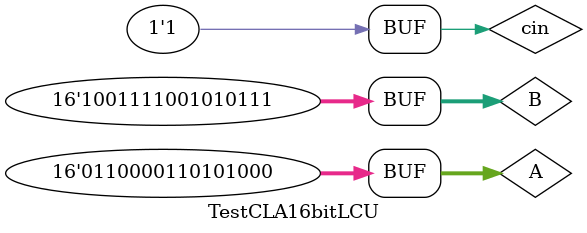
<source format=v>
`timescale 1ns / 1ps


module TestCLA16bitLCU;

	// Inputs
	reg [15:0] A;
	reg [15:0] B;
	reg cin;

	// Outputs
	wire [15:0] sum;
	wire cout;
	wire Pout;
	wire Gout;

	// Instantiate the Unit Under Test (UUT)
	CLA16bitLCU uut (
		.A(A), 
		.B(B), 
		.cin(cin), 
		.sum(sum), 
		.cout(cout), 
		.Pout(Pout), 
		.Gout(Gout)
	);

	initial begin
		// Initialize Inputs
		$monitor ("A = %d, B = %d, cin = %d, sum = %d, cout = %d", A, B, cin, sum, cout);
		// Initialize Inputs
		// general case
		A = 16'd3; B = 16'd5; cin = 0;
		#100;
		A = 16'd3; B = 16'd5; cin = 1;
		#100;

		// corner case
		A = 16'd16384; B = 16'd16384; cin = 0;
		#100;
		A = 16'd16384; B = 16'd16384; cin = 1;
		#100;
		A = 16'd32767; B = 16'd32768; cin = 0;
		#100;
		A = 16'd32767; B = 16'd32768; cin = 1;
		#100;
		A = 16'd25000; B = 16'd40535; cin = 0;
		#100;
		A = 16'd25000; B = 16'd40535; cin = 1;
	end
      
endmodule


</source>
